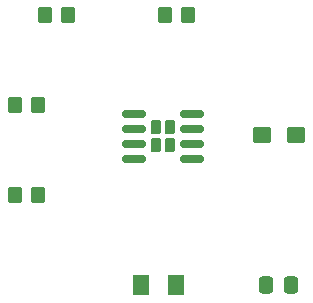
<source format=gbr>
%TF.GenerationSoftware,KiCad,Pcbnew,7.0.8*%
%TF.CreationDate,2023-10-16T16:24:13-07:00*%
%TF.ProjectId,KiCad_Lab2_ConnorRoane,4b694361-645f-44c6-9162-325f436f6e6e,rev?*%
%TF.SameCoordinates,Original*%
%TF.FileFunction,Paste,Top*%
%TF.FilePolarity,Positive*%
%FSLAX46Y46*%
G04 Gerber Fmt 4.6, Leading zero omitted, Abs format (unit mm)*
G04 Created by KiCad (PCBNEW 7.0.8) date 2023-10-16 16:24:13*
%MOMM*%
%LPD*%
G01*
G04 APERTURE LIST*
G04 Aperture macros list*
%AMRoundRect*
0 Rectangle with rounded corners*
0 $1 Rounding radius*
0 $2 $3 $4 $5 $6 $7 $8 $9 X,Y pos of 4 corners*
0 Add a 4 corners polygon primitive as box body*
4,1,4,$2,$3,$4,$5,$6,$7,$8,$9,$2,$3,0*
0 Add four circle primitives for the rounded corners*
1,1,$1+$1,$2,$3*
1,1,$1+$1,$4,$5*
1,1,$1+$1,$6,$7*
1,1,$1+$1,$8,$9*
0 Add four rect primitives between the rounded corners*
20,1,$1+$1,$2,$3,$4,$5,0*
20,1,$1+$1,$4,$5,$6,$7,0*
20,1,$1+$1,$6,$7,$8,$9,0*
20,1,$1+$1,$8,$9,$2,$3,0*%
G04 Aperture macros list end*
%ADD10RoundRect,0.230000X-0.230000X-0.375000X0.230000X-0.375000X0.230000X0.375000X-0.230000X0.375000X0*%
%ADD11RoundRect,0.150000X-0.825000X-0.150000X0.825000X-0.150000X0.825000X0.150000X-0.825000X0.150000X0*%
%ADD12RoundRect,0.250000X-0.350000X-0.450000X0.350000X-0.450000X0.350000X0.450000X-0.350000X0.450000X0*%
%ADD13RoundRect,0.250001X-0.462499X-0.624999X0.462499X-0.624999X0.462499X0.624999X-0.462499X0.624999X0*%
%ADD14RoundRect,0.250000X-0.337500X-0.475000X0.337500X-0.475000X0.337500X0.475000X-0.337500X0.475000X0*%
%ADD15RoundRect,0.250000X-0.537500X-0.425000X0.537500X-0.425000X0.537500X0.425000X-0.537500X0.425000X0*%
G04 APERTURE END LIST*
D10*
%TO.C,U1*%
X102457500Y-75510000D03*
X103597500Y-77010000D03*
X103597500Y-75510000D03*
X102457500Y-77010000D03*
D11*
X100552500Y-74355000D03*
X100552500Y-75625000D03*
X100552500Y-76895000D03*
X100552500Y-78165000D03*
X105502500Y-78165000D03*
X105502500Y-76895000D03*
X105502500Y-75625000D03*
X105502500Y-74355000D03*
%TD*%
D12*
%TO.C,R4*%
X90440000Y-81280000D03*
X92440000Y-81280000D03*
%TD*%
%TO.C,R3*%
X90440000Y-73660000D03*
X92440000Y-73660000D03*
%TD*%
%TO.C,R2*%
X94980000Y-66040000D03*
X92980000Y-66040000D03*
%TD*%
%TO.C,R1*%
X103140000Y-66040000D03*
X105140000Y-66040000D03*
%TD*%
D13*
%TO.C,D2*%
X101165000Y-88900000D03*
X104140000Y-88900000D03*
%TD*%
D14*
%TO.C,C2*%
X111760000Y-88900000D03*
X113835000Y-88900000D03*
%TD*%
D15*
%TO.C,C1*%
X114300000Y-76200000D03*
X111425000Y-76200000D03*
%TD*%
M02*

</source>
